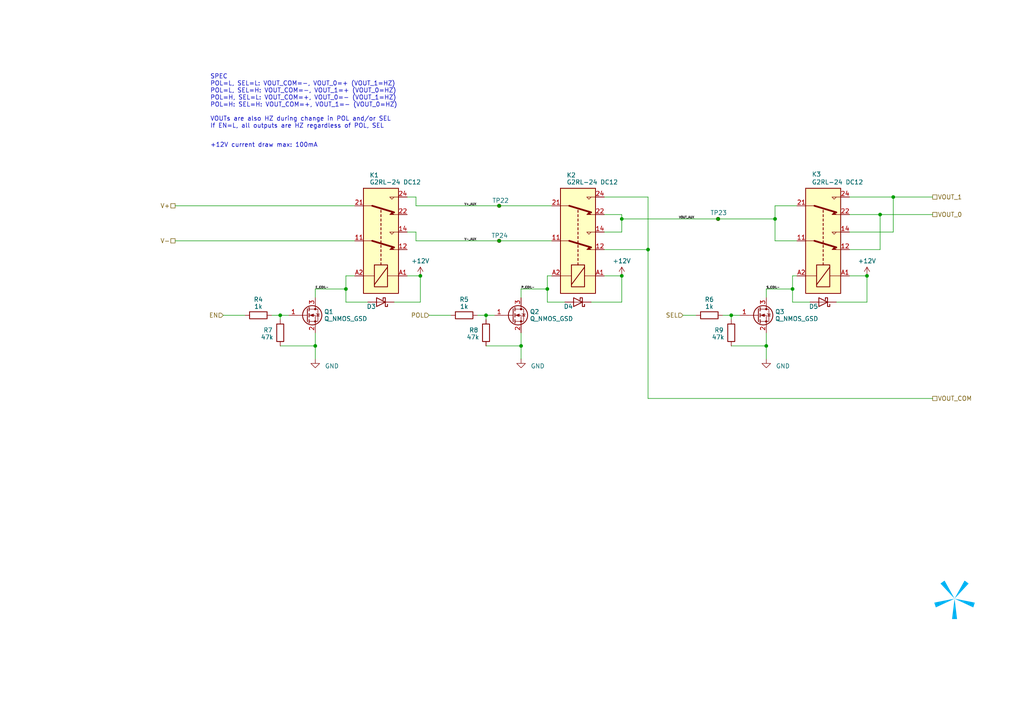
<source format=kicad_sch>
(kicad_sch (version 20231120) (generator "eeschema") (generator_version "8.0")
  (paper "A4")
  (title_block (title "CTRL-MINI-ED") (date "2024-12-11") (rev "1") (company "Spark Project") (comment 1 "Author: 夕月霞 (xyx)") (comment 2 "Electric Discharge Machining board for CTRL-MINI"))
  (lib_symbols
    (symbol "Connector:TestPoint_Small" (pin_numbers hide) (pin_names (offset 0.762) hide)
      (property "Reference" "TP" (at 0 3.81 0))
      (property "Value" "TestPoint_Small" (at 0 2.032 0))
      (symbol "TestPoint_Small_0_1"
        (circle (center 0 0) (radius 0.508))
      )
      (symbol "TestPoint_Small_1_1"
        (pin passive line (at 0 0 90) (length 0) (name "1") (number "1"))
      )
    )
    (symbol "Device:D_Schottky" (pin_numbers hide) (pin_names (offset 1.016) hide)
      (property "Reference" "D" (at 0 2.54 0))
      (property "Value" "D_Schottky" (at 0 -2.54 0))
      (symbol "D_Schottky_0_1"
        (polyline (pts (xy 1.27 0) (xy -1.27 0)))
        (polyline (pts (xy 1.27 1.27) (xy 1.27 -1.27) (xy -1.27 0) (xy 1.27 1.27)) (stroke (width 0.254)))
        (polyline (pts (xy -1.905 0.635) (xy -1.905 1.27) (xy -1.27 1.27) (xy -1.27 -1.27) (xy -0.635 -1.27) (xy -0.635 -0.635)) (stroke (width 0.254)))
      )
      (symbol "D_Schottky_1_1"
        (pin passive line (at -3.81 0 0) (length 2.54) (name "K") (number "1"))
        (pin passive line (at 3.81 0 180) (length 2.54) (name "A") (number "2"))
      )
    )
    (symbol "Device:Q_NMOS_GSD" (pin_names (offset 0) hide)
      (property "Reference" "Q" (at 5.08 1.27 0))
      (property "Value" "Q_NMOS_GSD" (at 5.08 -1.27 0))
      (symbol "Q_NMOS_GSD_0_1"
        (polyline (pts (xy 0.254 0) (xy -2.54 0)))
        (polyline (pts (xy 0.254 1.905) (xy 0.254 -1.905)) (stroke (width 0.254)))
        (polyline (pts (xy 0.762 -1.27) (xy 0.762 -2.286)) (stroke (width 0.254)))
        (polyline (pts (xy 0.762 0.508) (xy 0.762 -0.508)) (stroke (width 0.254)))
        (polyline (pts (xy 0.762 2.286) (xy 0.762 1.27)) (stroke (width 0.254)))
        (polyline (pts (xy 2.54 2.54) (xy 2.54 1.778)))
        (polyline (pts (xy 2.54 -2.54) (xy 2.54 0) (xy 0.762 0)))
        (polyline (pts (xy 0.762 -1.778) (xy 3.302 -1.778) (xy 3.302 1.778) (xy 0.762 1.778)))
        (polyline (pts (xy 1.016 0) (xy 2.032 0.381) (xy 2.032 -0.381) (xy 1.016 0)) (fill (type outline)))
        (polyline (pts (xy 2.794 0.508) (xy 2.921 0.381) (xy 3.683 0.381) (xy 3.81 0.254)))
        (polyline (pts (xy 3.302 0.381) (xy 2.921 -0.254) (xy 3.683 -0.254) (xy 3.302 0.381)))
        (circle (center 1.651 0) (radius 2.794) (stroke (width 0.254)))
        (circle (center 2.54 -1.778) (radius 0.254) (fill (type outline)))
        (circle (center 2.54 1.778) (radius 0.254) (fill (type outline)))
      )
      (symbol "Q_NMOS_GSD_1_1"
        (pin input line (at -5.08 0 0) (length 2.54) (name "G") (number "1"))
        (pin passive line (at 2.54 -5.08 90) (length 2.54) (name "S") (number "2"))
        (pin passive line (at 2.54 5.08 270) (length 2.54) (name "D") (number "3"))
      )
    )
    (symbol "Device:R" (pin_numbers hide) (pin_names (offset 0))
      (property "Reference" "R" (at 2.032 0 90))
      (property "Value" "R" (at 0 0 90))
      (symbol "R_0_1"
        (rectangle (start -1.016 -2.54) (end 1.016 2.54) (stroke (width 0.254)))
      )
      (symbol "R_1_1"
        (pin passive line (at 0 3.81 270) (length 1.27) (name "~") (number "1"))
        (pin passive line (at 0 -3.81 90) (length 1.27) (name "~") (number "2"))
      )
    )
    (symbol "Relay:G2RL-2"
      (property "Reference" "K" (at 16.51 3.81 0))
      (property "Value" "G2RL-2" (at 16.51 1.27 0))
      (symbol "G2RL-2_0_1"
        (rectangle (start -15.24 5.08) (end 15.24 -5.08) (stroke (width 0.254)) (fill (type background)))
        (rectangle (start -13.335 1.905) (end -6.985 -1.905) (stroke (width 0.254)))
        (polyline (pts (xy -12.7 -1.905) (xy -7.62 1.905)) (stroke (width 0.254)))
        (polyline (pts (xy -10.16 -5.08) (xy -10.16 -1.905)))
        (polyline (pts (xy -10.16 5.08) (xy -10.16 1.905)))
        (polyline (pts (xy -6.985 0) (xy -6.35 0)) (stroke (width 0.254)))
        (polyline (pts (xy -5.715 0) (xy -5.08 0)) (stroke (width 0.254)))
        (polyline (pts (xy -4.445 0) (xy -3.81 0)) (stroke (width 0.254)))
        (polyline (pts (xy -3.175 0) (xy -2.54 0)) (stroke (width 0.254)))
        (polyline (pts (xy -1.905 0) (xy -1.27 0)) (stroke (width 0.254)))
        (polyline (pts (xy -0.635 0) (xy 0 0)) (stroke (width 0.254)))
        (polyline (pts (xy 0 -2.54) (xy -1.905 3.81)) (stroke (width 0.508)))
        (polyline (pts (xy 0 -2.54) (xy 0 -5.08)))
        (polyline (pts (xy 0.635 0) (xy 1.27 0)) (stroke (width 0.254)))
        (polyline (pts (xy 1.905 0) (xy 2.54 0)) (stroke (width 0.254)))
        (polyline (pts (xy 3.175 0) (xy 3.81 0)) (stroke (width 0.254)))
        (polyline (pts (xy 4.445 0) (xy 5.08 0)) (stroke (width 0.254)))
        (polyline (pts (xy 5.715 0) (xy 6.35 0)) (stroke (width 0.254)))
        (polyline (pts (xy 6.985 0) (xy 7.62 0)) (stroke (width 0.254)))
        (polyline (pts (xy 8.255 0) (xy 8.89 0)) (stroke (width 0.254)))
        (polyline (pts (xy 10.16 -2.54) (xy 8.255 3.81)) (stroke (width 0.508)))
        (polyline (pts (xy 10.16 -2.54) (xy 10.16 -5.08)))
        (polyline (pts (xy -2.54 5.08) (xy -2.54 2.54) (xy -1.905 3.175) (xy -2.54 3.81)) (fill (type outline)))
        (polyline (pts (xy 2.54 5.08) (xy 2.54 2.54) (xy 1.905 3.175) (xy 2.54 3.81)))
        (polyline (pts (xy 7.62 5.08) (xy 7.62 2.54) (xy 8.255 3.175) (xy 7.62 3.81)) (fill (type outline)))
        (polyline (pts (xy 12.7 5.08) (xy 12.7 2.54) (xy 12.065 3.175) (xy 12.7 3.81)))
      )
      (symbol "G2RL-2_1_1"
        (pin passive line (at 0 -7.62 90) (length 2.54) (name "~") (number "11"))
        (pin passive line (at -2.54 7.62 270) (length 2.54) (name "~") (number "12"))
        (pin passive line (at 2.54 7.62 270) (length 2.54) (name "~") (number "14"))
        (pin passive line (at 10.16 -7.62 90) (length 2.54) (name "~") (number "21"))
        (pin passive line (at 7.62 7.62 270) (length 2.54) (name "~") (number "22"))
        (pin passive line (at 12.7 7.62 270) (length 2.54) (name "~") (number "24"))
        (pin passive line (at -10.16 7.62 270) (length 2.54) (name "~") (number "A1"))
        (pin passive line (at -10.16 -7.62 90) (length 2.54) (name "~") (number "A2"))
      )
    )
    (symbol "power:GND" (power) (pin_numbers hide) (pin_names (offset 0) hide)
      (property "Value" "GND" (at 0 -3.81 0))
      (symbol "GND_0_1"
        (polyline (pts (xy 0 0) (xy 0 -1.27) (xy 1.27 -1.27) (xy 0 -2.54) (xy -1.27 -1.27) (xy 0 -1.27)))
      )
      (symbol "GND_1_1"
        (pin power_in line (at 0 0 270) (length 0) (name "~") (number "1"))
      )
    )
    (symbol "power:VDD" (power) (pin_numbers hide) (pin_names (offset 0) hide)
      (property "Value" "VDD" (at 0 3.556 0))
      (symbol "VDD_0_1"
        (polyline (pts (xy -0.762 1.27) (xy 0 2.54)))
        (polyline (pts (xy 0 0) (xy 0 2.54)))
        (polyline (pts (xy 0 2.54) (xy 0.762 1.27)))
      )
      (symbol "VDD_1_1"
        (pin power_in line (at 0 0 90) (length 0) (name "~") (number "1"))
      )
    )
  )
  (junction (at 100.33 83.82))
  (junction (at 222.25 100.33))
  (junction (at 229.87 83.82))
  (junction (at 259.08 57.15))
  (junction (at 180.34 80.01))
  (junction (at 255.27 62.23))
  (junction (at 180.34 63.5))
  (junction (at 208.28 63.5))
  (junction (at 81.28 91.44))
  (junction (at 151.13 100.33))
  (junction (at 140.97 91.44))
  (junction (at 251.46 80.01))
  (junction (at 121.92 80.01))
  (junction (at 144.78 59.69))
  (junction (at 144.78 69.85))
  (junction (at 91.44 100.33))
  (junction (at 212.09 91.44))
  (junction (at 224.79 63.5))
  (junction (at 187.96 72.39))
  (junction (at 158.75 83.82))
  (wire (pts (xy 50.8 69.85) (xy 102.87 69.85)))
  (wire (pts (xy 175.26 62.23) (xy 180.34 62.23)))
  (wire (pts (xy 180.34 62.23) (xy 180.34 63.5)))
  (wire (pts (xy 222.25 83.82) (xy 229.87 83.82)))
  (wire (pts (xy 81.28 91.44) (xy 81.28 92.71)))
  (wire (pts (xy 106.68 87.63) (xy 100.33 87.63)))
  (wire (pts (xy 259.08 67.31) (xy 246.38 67.31)))
  (wire (pts (xy 251.46 87.63) (xy 251.46 80.01)))
  (wire (pts (xy 144.78 59.69) (xy 160.02 59.69)))
  (wire (pts (xy 120.65 67.31) (xy 120.65 69.85)))
  (wire (pts (xy 246.38 80.01) (xy 251.46 80.01)))
  (wire (pts (xy 222.25 83.82) (xy 222.25 86.36)))
  (wire (pts (xy 180.34 63.5) (xy 208.28 63.5)))
  (wire (pts (xy 138.43 91.44) (xy 140.97 91.44)))
  (wire (pts (xy 175.26 72.39) (xy 187.96 72.39)))
  (wire (pts (xy 229.87 87.63) (xy 234.95 87.63)))
  (wire (pts (xy 118.11 67.31) (xy 120.65 67.31)))
  (wire (pts (xy 175.26 67.31) (xy 180.34 67.31)))
  (wire (pts (xy 100.33 83.82) (xy 100.33 80.01)))
  (wire (pts (xy 81.28 91.44) (xy 83.82 91.44)))
  (wire (pts (xy 140.97 100.33) (xy 151.13 100.33)))
  (wire (pts (xy 231.14 69.85) (xy 224.79 69.85)))
  (wire (pts (xy 259.08 57.15) (xy 270.51 57.15)))
  (wire (pts (xy 259.08 57.15) (xy 259.08 67.31)))
  (wire (pts (xy 229.87 83.82) (xy 229.87 87.63)))
  (wire (pts (xy 151.13 100.33) (xy 151.13 96.52)))
  (wire (pts (xy 64.77 91.44) (xy 71.12 91.44)))
  (wire (pts (xy 255.27 62.23) (xy 270.51 62.23)))
  (wire (pts (xy 208.28 63.5) (xy 224.79 63.5)))
  (wire (pts (xy 224.79 59.69) (xy 224.79 63.5)))
  (wire (pts (xy 229.87 80.01) (xy 229.87 83.82)))
  (wire (pts (xy 158.75 80.01) (xy 160.02 80.01)))
  (wire (pts (xy 246.38 62.23) (xy 255.27 62.23)))
  (wire (pts (xy 212.09 91.44) (xy 214.63 91.44)))
  (wire (pts (xy 246.38 57.15) (xy 259.08 57.15)))
  (wire (pts (xy 120.65 59.69) (xy 144.78 59.69)))
  (wire (pts (xy 180.34 87.63) (xy 180.34 80.01)))
  (wire (pts (xy 102.87 80.01) (xy 100.33 80.01)))
  (wire (pts (xy 171.45 87.63) (xy 180.34 87.63)))
  (wire (pts (xy 224.79 59.69) (xy 231.14 59.69)))
  (wire (pts (xy 120.65 57.15) (xy 118.11 57.15)))
  (wire (pts (xy 187.96 72.39) (xy 187.96 115.57)))
  (wire (pts (xy 124.46 91.44) (xy 130.81 91.44)))
  (wire (pts (xy 121.92 80.01) (xy 118.11 80.01)))
  (wire (pts (xy 187.96 57.15) (xy 187.96 72.39)))
  (wire (pts (xy 81.28 100.33) (xy 91.44 100.33)))
  (wire (pts (xy 151.13 83.82) (xy 151.13 86.36)))
  (wire (pts (xy 175.26 57.15) (xy 187.96 57.15)))
  (wire (pts (xy 212.09 100.33) (xy 222.25 100.33)))
  (wire (pts (xy 151.13 83.82) (xy 158.75 83.82)))
  (wire (pts (xy 91.44 100.33) (xy 91.44 96.52)))
  (wire (pts (xy 158.75 87.63) (xy 163.83 87.63)))
  (wire (pts (xy 222.25 100.33) (xy 222.25 96.52)))
  (wire (pts (xy 212.09 91.44) (xy 212.09 92.71)))
  (wire (pts (xy 120.65 59.69) (xy 120.65 57.15)))
  (wire (pts (xy 242.57 87.63) (xy 251.46 87.63)))
  (wire (pts (xy 100.33 87.63) (xy 100.33 83.82)))
  (wire (pts (xy 78.74 91.44) (xy 81.28 91.44)))
  (wire (pts (xy 222.25 100.33) (xy 222.25 104.14)))
  (wire (pts (xy 180.34 63.5) (xy 180.34 67.31)))
  (wire (pts (xy 144.78 69.85) (xy 160.02 69.85)))
  (wire (pts (xy 175.26 80.01) (xy 180.34 80.01)))
  (wire (pts (xy 187.96 115.57) (xy 270.51 115.57)))
  (wire (pts (xy 224.79 69.85) (xy 224.79 63.5)))
  (wire (pts (xy 255.27 62.23) (xy 255.27 72.39)))
  (wire (pts (xy 198.12 91.44) (xy 201.93 91.44)))
  (wire (pts (xy 140.97 91.44) (xy 140.97 92.71)))
  (wire (pts (xy 158.75 83.82) (xy 158.75 87.63)))
  (wire (pts (xy 91.44 83.82) (xy 91.44 86.36)))
  (wire (pts (xy 114.3 87.63) (xy 121.92 87.63)))
  (wire (pts (xy 158.75 80.01) (xy 158.75 83.82)))
  (wire (pts (xy 121.92 87.63) (xy 121.92 80.01)))
  (wire (pts (xy 120.65 69.85) (xy 144.78 69.85)))
  (wire (pts (xy 91.44 100.33) (xy 91.44 104.14)))
  (wire (pts (xy 151.13 100.33) (xy 151.13 104.14)))
  (wire (pts (xy 50.8 59.69) (xy 102.87 59.69)))
  (wire (pts (xy 140.97 91.44) (xy 143.51 91.44)))
  (wire (pts (xy 91.44 83.82) (xy 100.33 83.82)))
  (wire (pts (xy 229.87 80.01) (xy 231.14 80.01)))
  (wire (pts (xy 209.55 91.44) (xy 212.09 91.44)))
  (wire (pts (xy 255.27 72.39) (xy 246.38 72.39)))
  (image (at 276.86 173.99) (scale 1.13867))
  (text "+12V current draw max: 100mA" (at 60.96 42.164 0) (effects (font (size 1.27 1.27)) (justify left)))
  (text "SPEC\nPOL=L, SEL=L: VOUT_COM=-, VOUT_0=+ (VOUT_1=HZ)\nPOL=L, SEL=H: VOUT_COM=-, VOUT_1=+ (VOUT_0=HZ)\nPOL=H, SEL=L: VOUT_COM=+, VOUT_0=- (VOUT_1=HZ)\nPOL=H: SEL=H: VOUT_COM=+, VOUT_1=- (VOUT_0=HZ)\n\nVOUTs are also HZ during change in POL and/or SEL\nIf EN=L, all outputs are HZ regardless of POL, SEL" (at 60.96 29.464 0) (effects (font (size 1.27 1.27)) (justify left)))
  (label "S_COIL-" (at 222.25 83.82 0) (effects (font (size 0.6 0.6))))
  (label "V-_AUX" (at 134.62 69.85 0) (effects (font (size 0.6 0.6))))
  (label "P_COIL-" (at 151.13 83.82 0) (effects (font (size 0.6 0.6))))
  (label "E_COIL-" (at 91.44 83.82 0) (effects (font (size 0.6 0.6))))
  (label "V+_AUX" (at 134.62 59.69 0) (effects (font (size 0.6 0.6))))
  (label "VOUT_AUX" (at 196.85 63.5 0) (effects (font (size 0.6 0.6))))
  (hierarchical_label "POL" (shape input) (at 124.46 91.44 180))
  (hierarchical_label "SEL" (shape input) (at 198.12 91.44 180))
  (hierarchical_label "EN" (shape input) (at 64.77 91.44 180))
  (hierarchical_label "VOUT_COM" (shape passive) (at 270.51 115.57 0))
  (hierarchical_label "V-" (shape passive) (at 50.8 69.85 180))
  (hierarchical_label "VOUT_0" (shape passive) (at 270.51 62.23 0))
  (hierarchical_label "V+" (shape passive) (at 50.8 59.69 180))
  (hierarchical_label "VOUT_1" (shape passive) (at 270.51 57.15 0))
  (symbol (lib_id "power:VDD") (at 180.34 80.01 0) (unit 1)
    (property "Reference" "#PWR013" (effects (hide yes)))
    (property "Value" "+12V" (at 180.34 75.692 0))
    (property "Description" "Power symbol creates a global label with name \"VDD\"" (effects (hide yes)))
  )
  (symbol (lib_id "Device:Q_NMOS_GSD") (at 148.59 91.44 0) (unit 1)
    (property "Reference" "Q2" (at 153.67 90.424 0) (effects (justify left)))
    (property "Value" "Q_NMOS_GSD" (at 153.67 92.456 0) (effects (justify left)))
    (property "Footprint" "Package_TO_SOT_SMD:SOT-23" (effects (hide yes)))
    (property "Description" "N-MOSFET transistor, gate/source/drain" (effects (hide yes)))
    (property "LCSC" "C56372" (effects (hide yes)))
  )
  (symbol (lib_id "Device:R") (at 140.97 96.52 180) (unit 1)
    (property "Reference" "R8" (at 137.414 95.758 0))
    (property "Value" "47k" (at 137.16 97.79 0))
    (property "Footprint" "Resistor_SMD:R_0603_1608Metric" (effects (hide yes)))
    (property "Description" "Resistor" (effects (hide yes)))
    (property "LCSC" "C25819" (effects (hide yes)))
  )
  (symbol (lib_id "Relay:G2RL-2") (at 238.76 69.85 270) (mirror x) (unit 1)
    (property "Reference" "K3" (at 235.458 50.546 90) (effects (justify left)))
    (property "Value" "G2RL-24 DC12" (at 235.458 52.832 90) (effects (justify left)))
    (property "Footprint" "Relay_THT:Relay_DPDT_Omron_G2RL-2" (effects (hide yes)))
    (property "Datasheet" "https://omronfs.omron.com/en_US/ecb/products/pdf/en-g2rl.pdf" (effects (hide yes)))
    (property "Description" "General Purpose Low Profile Relay DPDT Through Hole, Omron G2RL series, 8A 250VAC" (effects (hide yes)))
    (property "LCSC" "C1524522" (effects (hide yes)))
  )
  (symbol (lib_id "Device:D_Schottky") (at 110.49 87.63 180) (unit 1)
    (property "Reference" "D3" (at 107.696 88.9 0))
    (property "Value" "D_Schottky" (effects (hide yes)))
    (property "Footprint" "Diode_SMD:D_SOD-323" (effects (hide yes)))
    (property "Description" "Schottky diode" (effects (hide yes)))
    (property "LCSC" "C191023" (effects (hide yes)))
  )
  (symbol (lib_id "Device:D_Schottky") (at 238.76 87.63 180) (unit 1)
    (property "Reference" "D5" (at 235.966 88.9 0))
    (property "Value" "D_Schottky" (effects (hide yes)))
    (property "Footprint" "Diode_SMD:D_SOD-323" (effects (hide yes)))
    (property "Description" "Schottky diode" (effects (hide yes)))
    (property "LCSC" "C191023" (effects (hide yes)))
  )
  (symbol (lib_id "Device:R") (at 205.74 91.44 90) (unit 1)
    (property "Reference" "R6" (at 205.74 86.868 90))
    (property "Value" "1k" (at 205.74 88.9 90))
    (property "Footprint" "Resistor_SMD:R_0603_1608Metric" (effects (hide yes)))
    (property "Description" "Resistor" (effects (hide yes)))
    (property "LCSC" "C21190" (effects (hide yes)))
  )
  (symbol (lib_id "Connector:TestPoint_Small") (at 144.78 69.85 0) (unit 1)
    (property "Reference" "TP24" (at 142.494 68.326 0) (effects (justify left)))
    (property "Value" "TestPoint" (effects (hide yes)))
    (property "Footprint" "TestPoint:TestPoint_Pad_D1.5mm" (effects (hide yes)))
    (property "Description" "test point" (effects (hide yes)))
  )
  (symbol (lib_id "Connector:TestPoint_Small") (at 208.28 63.5 0) (unit 1)
    (property "Reference" "TP23" (at 205.994 61.722 0) (effects (justify left)))
    (property "Value" "TestPoint" (effects (hide yes)))
    (property "Footprint" "TestPoint:TestPoint_Pad_D1.5mm" (effects (hide yes)))
    (property "Description" "test point" (effects (hide yes)))
  )
  (symbol (lib_id "Device:R") (at 81.28 96.52 180) (unit 1)
    (property "Reference" "R7" (at 77.724 95.758 0))
    (property "Value" "47k" (at 77.47 97.79 0))
    (property "Footprint" "Resistor_SMD:R_0603_1608Metric" (effects (hide yes)))
    (property "Description" "Resistor" (effects (hide yes)))
    (property "LCSC" "C25819" (effects (hide yes)))
  )
  (symbol (lib_id "Device:D_Schottky") (at 167.64 87.63 180) (unit 1)
    (property "Reference" "D4" (at 164.846 88.9 0))
    (property "Value" "D_Schottky" (effects (hide yes)))
    (property "Footprint" "Diode_SMD:D_SOD-323" (effects (hide yes)))
    (property "Description" "Schottky diode" (effects (hide yes)))
    (property "LCSC" "C191023" (effects (hide yes)))
  )
  (symbol (lib_id "Relay:G2RL-2") (at 167.64 69.85 270) (mirror x) (unit 1)
    (property "Reference" "K2" (at 164.338 50.8 90) (effects (justify left)))
    (property "Value" "G2RL-24 DC12" (at 164.338 52.832 90) (effects (justify left)))
    (property "Footprint" "Relay_THT:Relay_DPDT_Omron_G2RL-2" (effects (hide yes)))
    (property "Datasheet" "https://omronfs.omron.com/en_US/ecb/products/pdf/en-g2rl.pdf" (effects (hide yes)))
    (property "Description" "General Purpose Low Profile Relay DPDT Through Hole, Omron G2RL series, 8A 250VAC" (effects (hide yes)))
    (property "LCSC" "C1524522" (effects (hide yes)))
  )
  (symbol (lib_id "Device:Q_NMOS_GSD") (at 219.71 91.44 0) (unit 1)
    (property "Reference" "Q3" (at 224.79 90.424 0) (effects (justify left)))
    (property "Value" "Q_NMOS_GSD" (at 224.79 92.456 0) (effects (justify left)))
    (property "Footprint" "Package_TO_SOT_SMD:SOT-23" (effects (hide yes)))
    (property "Description" "N-MOSFET transistor, gate/source/drain" (effects (hide yes)))
    (property "LCSC" "C56372" (effects (hide yes)))
  )
  (symbol (lib_id "Device:R") (at 74.93 91.44 90) (unit 1)
    (property "Reference" "R4" (at 74.93 86.868 90))
    (property "Value" "1k" (at 74.93 88.9 90))
    (property "Footprint" "Resistor_SMD:R_0603_1608Metric" (effects (hide yes)))
    (property "Description" "Resistor" (effects (hide yes)))
    (property "LCSC" "C21190" (effects (hide yes)))
  )
  (symbol (lib_id "power:GND") (at 222.25 104.14 0) (unit 1)
    (property "Reference" "#PWR017" (effects (hide yes)))
    (property "Value" "GND" (at 227.076 106.172 0))
    (property "Description" "Power symbol creates a global label with name \"GND\" , ground" (effects (hide yes)))
  )
  (symbol (lib_id "power:GND") (at 91.44 104.14 0) (unit 1)
    (property "Reference" "#PWR015" (effects (hide yes)))
    (property "Value" "GND" (at 96.266 106.172 0))
    (property "Description" "Power symbol creates a global label with name \"GND\" , ground" (effects (hide yes)))
  )
  (symbol (lib_id "power:VDD") (at 251.46 80.01 0) (unit 1)
    (property "Reference" "#PWR014" (effects (hide yes)))
    (property "Value" "+12V" (at 251.46 75.692 0))
    (property "Description" "Power symbol creates a global label with name \"VDD\"" (effects (hide yes)))
  )
  (symbol (lib_id "Device:R") (at 212.09 96.52 180) (unit 1)
    (property "Reference" "R9" (at 208.534 95.758 0))
    (property "Value" "47k" (at 208.28 97.79 0))
    (property "Footprint" "Resistor_SMD:R_0603_1608Metric" (effects (hide yes)))
    (property "Description" "Resistor" (effects (hide yes)))
    (property "LCSC" "C25819" (effects (hide yes)))
  )
  (symbol (lib_id "Relay:G2RL-2") (at 110.49 69.85 270) (mirror x) (unit 1)
    (property "Reference" "K1" (at 107.188 50.8 90) (effects (justify left)))
    (property "Value" "G2RL-24 DC12" (at 107.188 52.832 90) (effects (justify left)))
    (property "Footprint" "Relay_THT:Relay_DPDT_Omron_G2RL-2" (effects (hide yes)))
    (property "Datasheet" "https://omronfs.omron.com/en_US/ecb/products/pdf/en-g2rl.pdf" (effects (hide yes)))
    (property "Description" "General Purpose Low Profile Relay DPDT Through Hole, Omron G2RL series, 8A 250VAC" (effects (hide yes)))
    (property "LCSC" "C1524522" (effects (hide yes)))
  )
  (symbol (lib_id "Device:Q_NMOS_GSD") (at 88.9 91.44 0) (unit 1)
    (property "Reference" "Q1" (at 93.98 90.424 0) (effects (justify left)))
    (property "Value" "Q_NMOS_GSD" (at 93.98 92.456 0) (effects (justify left)))
    (property "Footprint" "Package_TO_SOT_SMD:SOT-23" (effects (hide yes)))
    (property "Description" "N-MOSFET transistor, gate/source/drain" (effects (hide yes)))
    (property "LCSC" "C56372" (effects (hide yes)))
  )
  (symbol (lib_id "Connector:TestPoint_Small") (at 144.78 59.69 0) (unit 1)
    (property "Reference" "TP22" (at 142.748 58.166 0) (effects (justify left)))
    (property "Value" "TestPoint" (effects (hide yes)))
    (property "Footprint" "TestPoint:TestPoint_Pad_D1.5mm" (effects (hide yes)))
    (property "Description" "test point" (effects (hide yes)))
  )
  (symbol (lib_id "Device:R") (at 134.62 91.44 90) (unit 1)
    (property "Reference" "R5" (at 134.62 86.868 90))
    (property "Value" "1k" (at 134.62 88.9 90))
    (property "Footprint" "Resistor_SMD:R_0603_1608Metric" (effects (hide yes)))
    (property "Description" "Resistor" (effects (hide yes)))
    (property "LCSC" "C21190" (effects (hide yes)))
  )
  (symbol (lib_id "power:GND") (at 151.13 104.14 0) (unit 1)
    (property "Reference" "#PWR016" (effects (hide yes)))
    (property "Value" "GND" (at 155.956 106.172 0))
    (property "Description" "Power symbol creates a global label with name \"GND\" , ground" (effects (hide yes)))
  )
  (symbol (lib_id "power:VDD") (at 121.92 80.01 0) (unit 1)
    (property "Reference" "#PWR012" (effects (hide yes)))
    (property "Value" "+12V" (at 121.92 75.692 0))
    (property "Description" "Power symbol creates a global label with name \"VDD\"" (effects (hide yes)))
  )
)
</source>
